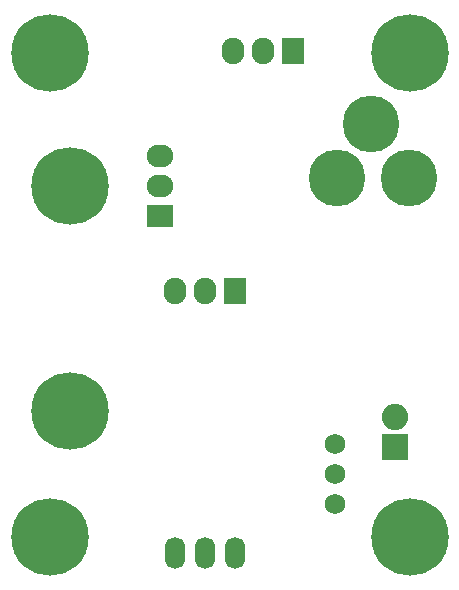
<source format=gbs>
G04 #@! TF.FileFunction,Soldermask,Bot*
%FSLAX46Y46*%
G04 Gerber Fmt 4.6, Leading zero omitted, Abs format (unit mm)*
G04 Created by KiCad (PCBNEW 4.0.1-stable) date 3/13/2016 3:13:32 PM*
%MOMM*%
G01*
G04 APERTURE LIST*
%ADD10C,0.150000*%
%ADD11C,4.803200*%
%ADD12C,6.553200*%
%ADD13R,2.235200X1.930400*%
%ADD14O,2.235200X1.930400*%
%ADD15R,1.930400X2.235200*%
%ADD16O,1.930400X2.235200*%
%ADD17O,1.704340X2.702560*%
%ADD18R,2.235200X2.235200*%
%ADD19O,2.235200X2.235200*%
%ADD20C,1.727200*%
G04 APERTURE END LIST*
D10*
D11*
X34417000Y-14605000D03*
X28317000Y-14605000D03*
X31217000Y-10005000D03*
D12*
X4000000Y-4000000D03*
X4000000Y-45000000D03*
X34500000Y-4000000D03*
X34500000Y-45000000D03*
D13*
X13335000Y-17780000D03*
D14*
X13335000Y-15240000D03*
X13335000Y-12700000D03*
D15*
X24638000Y-3810000D03*
D16*
X22098000Y-3810000D03*
X19558000Y-3810000D03*
D17*
X17145000Y-46355000D03*
X19685000Y-46355000D03*
X14605000Y-46355000D03*
D15*
X19685000Y-24130000D03*
D16*
X17145000Y-24130000D03*
X14605000Y-24130000D03*
D12*
X5715000Y-15240000D03*
X5715000Y-34290000D03*
D18*
X33274000Y-37338000D03*
D19*
X33274000Y-34798000D03*
D20*
X28194000Y-39624000D03*
X28194000Y-37084000D03*
X28194000Y-42164000D03*
M02*

</source>
